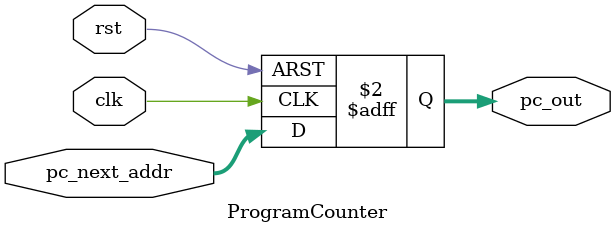
<source format=sv>
module ProgramCounter
(
  input logic clk,
  input logic rst,
  input logic [7:0] pc_next_addr,
  output logic [7:0] pc_out
);

  // Program Counter register
  always_ff @(posedge clk or posedge rst) begin
    if (rst) begin
      pc_out <= 8'h00; // Reset PC to address 0
    end else begin
      pc_out <= pc_next_addr; // Update PC with the next calculated address
    end
  end

endmodule
</source>
